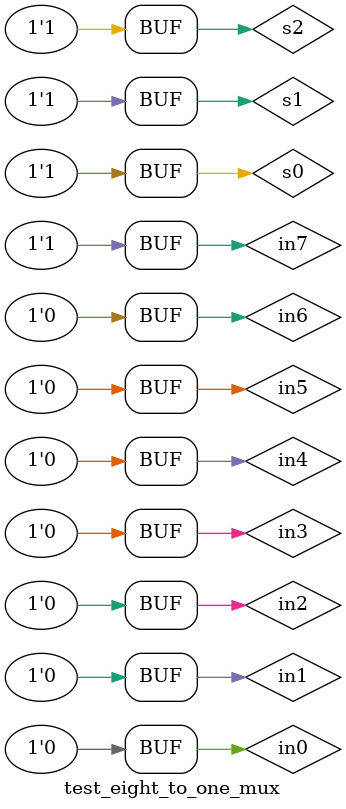
<source format=v>
`timescale 1ns / 1ps

module test_eight_to_one_mux();

	reg in0,in1,in2,in3,in4,in5,in6,in7;
	reg s0,s1,s2;
	
	wire OUT;
	
	//instantiate uut
	eight_to_one_mux uut(
		.in0(in0),
		.in1(in1),
		.in2(in2),
		.in3(in3),
		.in4(in4),
		.in5(in5),
		.in6(in6),
		.in7(in7),
		.s0(s0),
		.s1(s1),
		.s2(s2),
		.OUT(OUT)
	);
	
	initial begin
		//select port 0
		s0 = 1'b0;
		s1 = 1'b0;
		s2 = 1'b0;
		
		//output should be 0
		in0 = 0;
		in1 = 1;
		in2 = 1;
		in3 = 1;
		in4 = 1;
		in5 = 1;
		in6 = 1;
		in7 = 1;
		
		//output should be 1
		#10
		in0 = 1;
		in1 = 0;
		in2 = 0;
		in3 = 0;
		in4 = 0;
		in5 = 0;
		in6 = 0;
		in7 = 0;
		
		//select port 1
		#10
		s0 = 1'b1;
		s1 = 1'b0;
		s2 = 1'b0;
		
		//output should be 0
		in0 = 1;
		in1 = 0;
		in2 = 1;
		in3 = 1;
		in4 = 1;
		in5 = 1;
		in6 = 1;
		in7 = 1;
		
		//output should be 1
		#10
		in0 = 0;
		in1 = 1;
		in2 = 0;
		in3 = 0;
		in4 = 0;
		in5 = 0;
		in6 = 0;
		in7 = 0;		
		
		//select port 2
		#10
		s0 = 1'b0;
		s1 = 1'b1;
		s2 = 1'b0;
		
		//output should be 0
		in0 = 1;
		in1 = 1;
		in2 = 0;
		in3 = 1;
		in4 = 1;
		in5 = 1;
		in6 = 1;
		in7 = 1;
		
		//output should be 1
		#10
		in0 = 0;
		in1 = 0;
		in2 = 1;
		in3 = 0;
		in4 = 0;
		in5 = 0;
		in6 = 0;
		in7 = 0;			
		//select port 3
		#10
		s0 = 1'b1;
		s1 = 1'b1;
		s2 = 1'b0;
		
		//output should be 0
		in0 = 1;
		in1 = 1;
		in2 = 1;
		in3 = 0;
		in4 = 1;
		in5 = 1;
		in6 = 1;
		in7 = 1;
		
		//output should be 1
		#10
		in0 = 0;
		in1 = 0;
		in2 = 0;
		in3 = 1;
		in4 = 0;
		in5 = 0;
		in6 = 0;
		in7 = 0;			

		//select port 4
		#10
		s0 = 1'b0;
		s1 = 1'b0;
		s2 = 1'b1;
		
		//output should be 0
		in0 = 1;
		in1 = 1;
		in2 = 1;
		in3 = 1;
		in4 = 0;
		in5 = 1;
		in6 = 1;
		in7 = 1;
		
		//output should be 1
		#10
		in0 = 0;
		in1 = 0;
		in2 = 0;
		in3 = 0;
		in4 = 1;
		in5 = 0;
		in6 = 0;
		in7 = 0;		
	
		//select port 5
		#10
		s0 = 1'b1;
		s1 = 1'b0;
		s2 = 1'b1;
		
		//output should be 0
		in0 = 1;
		in1 = 1;
		in2 = 1;
		in3 = 1;
		in4 = 1;
		in5 = 0;
		in6 = 1;
		in7 = 1;
		
		//output should be 1
		#10
		in0 = 0;
		in1 = 0;
		in2 = 0;
		in3 = 0;
		in4 = 0;
		in5 = 1;
		in6 = 0;
		in7 = 0;				
		
		//select port 6
		#10
		s0 = 1'b0;
		s1 = 1'b1;
		s2 = 1'b1;
		
		//output should be 0
		in0 = 1;
		in1 = 1;
		in2 = 1;
		in3 = 1;
		in4 = 1;
		in5 = 1;
		in6 = 0;
		in7 = 1;
		
		//output should be 1
		#10
		in0 = 0;
		in1 = 0;
		in2 = 0;
		in3 = 0;
		in4 = 0;
		in5 = 0;
		in6 = 1;
		in7 = 0;			
		
		//select port 7
		#10
		s0 = 1'b1;
		s1 = 1'b1;
		s2 = 1'b1;
		
		//output should be 0
		in0 = 1;
		in1 = 1;
		in2 = 1;
		in3 = 1;
		in4 = 1;
		in5 = 1;
		in6 = 1;
		in7 = 0;
		
		//output should be 1
		#10
		in0 = 0;
		in1 = 0;
		in2 = 0;
		in3 = 0;
		in4 = 0;
		in5 = 0;
		in6 = 0;
		in7 = 1;	
		
		end
endmodule 
</source>
